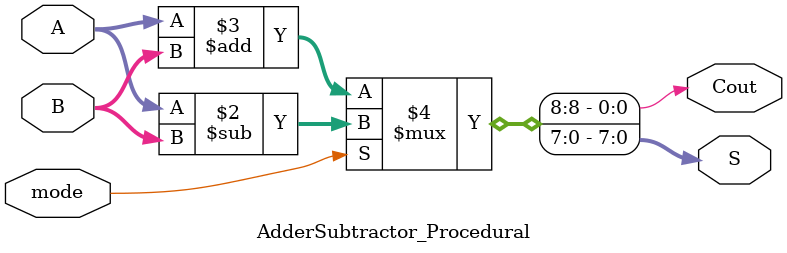
<source format=v>
module AdderSubtractor_Procedural #(parameter n = 8) (
    input  [n-1:0] A, B,
    input  mode,                    // 0: Addition, 1: Subtraction
    output reg [n-1:0] S,
    output reg Cout
);
    always @(*) begin
        {Cout, S} = mode ? (A - B) : (A + B); 
    end
endmodule


</source>
